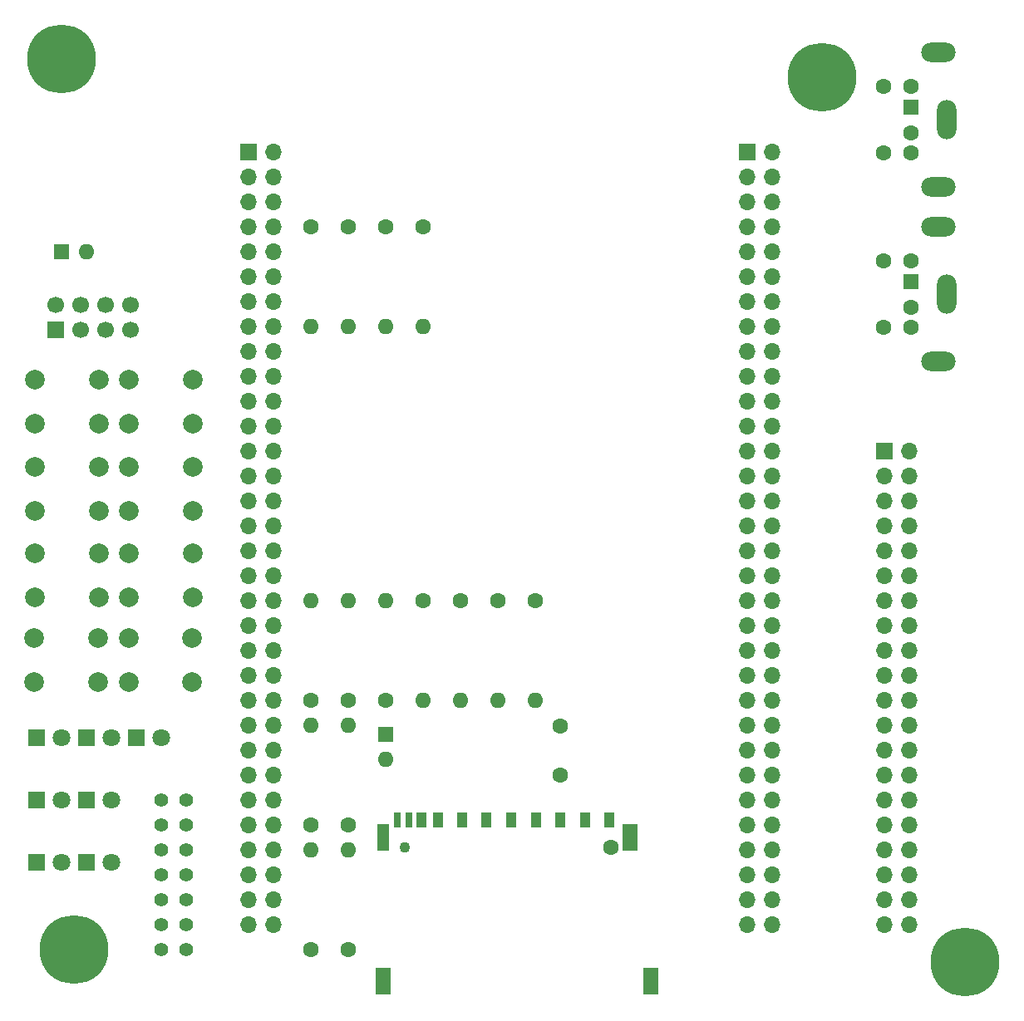
<source format=gbr>
%TF.GenerationSoftware,KiCad,Pcbnew,7.0.1*%
%TF.CreationDate,2023-10-15T10:25:08+02:00*%
%TF.ProjectId,oberon_station,6f626572-6f6e-45f7-9374-6174696f6e2e,rev?*%
%TF.SameCoordinates,Original*%
%TF.FileFunction,Soldermask,Top*%
%TF.FilePolarity,Negative*%
%FSLAX46Y46*%
G04 Gerber Fmt 4.6, Leading zero omitted, Abs format (unit mm)*
G04 Created by KiCad (PCBNEW 7.0.1) date 2023-10-15 10:25:08*
%MOMM*%
%LPD*%
G01*
G04 APERTURE LIST*
%ADD10C,1.600000*%
%ADD11O,1.600000X1.600000*%
%ADD12C,1.400000*%
%ADD13C,2.000000*%
%ADD14R,1.700000X1.700000*%
%ADD15O,1.700000X1.700000*%
%ADD16R,1.800000X1.800000*%
%ADD17C,1.800000*%
%ADD18C,7.000000*%
%ADD19R,1.600000X1.600000*%
%ADD20O,3.500000X2.000000*%
%ADD21O,2.000000X4.000000*%
%ADD22C,1.100000*%
%ADD23R,1.000000X1.500000*%
%ADD24R,0.700000X1.500000*%
%ADD25R,1.500000X2.800000*%
%ADD26R,1.200000X2.800000*%
%ADD27C,1.700000*%
G04 APERTURE END LIST*
D10*
%TO.C,R10*%
X129540000Y-144780000D03*
D11*
X129540000Y-134620000D03*
%TD*%
D12*
%TO.C,JP2*%
X114300000Y-132080000D03*
X116840000Y-132080000D03*
%TD*%
D13*
%TO.C,SW6*%
X111050000Y-104375000D03*
X117550000Y-104375000D03*
X111050000Y-108875000D03*
X117550000Y-108875000D03*
%TD*%
D10*
%TO.C,R12*%
X140970000Y-71120000D03*
D11*
X140970000Y-81280000D03*
%TD*%
D14*
%TO.C,J1*%
X187960000Y-93980000D03*
D15*
X190500000Y-93980000D03*
X187960000Y-96520000D03*
X190500000Y-96520000D03*
X187960000Y-99060000D03*
X190500000Y-99060000D03*
X187960000Y-101600000D03*
X190500000Y-101600000D03*
X187960000Y-104140000D03*
X190500000Y-104140000D03*
X187960000Y-106680000D03*
X190500000Y-106680000D03*
X187960000Y-109220000D03*
X190500000Y-109220000D03*
X187960000Y-111760000D03*
X190500000Y-111760000D03*
X187960000Y-114300000D03*
X190500000Y-114300000D03*
X187960000Y-116840000D03*
X190500000Y-116840000D03*
X187960000Y-119380000D03*
X190500000Y-119380000D03*
X187960000Y-121920000D03*
X190500000Y-121920000D03*
X187960000Y-124460000D03*
X190500000Y-124460000D03*
X187960000Y-127000000D03*
X190500000Y-127000000D03*
X187960000Y-129540000D03*
X190500000Y-129540000D03*
X187960000Y-132080000D03*
X190500000Y-132080000D03*
X187960000Y-134620000D03*
X190500000Y-134620000D03*
X187960000Y-137160000D03*
X190500000Y-137160000D03*
X187960000Y-139700000D03*
X190500000Y-139700000D03*
X187960000Y-142240000D03*
X190500000Y-142240000D03*
%TD*%
D12*
%TO.C,JP6*%
X114300000Y-142240000D03*
X116840000Y-142240000D03*
%TD*%
D16*
%TO.C,D5*%
X106680000Y-129540000D03*
D17*
X109220000Y-129540000D03*
%TD*%
D16*
%TO.C,D7*%
X106680000Y-135890000D03*
D17*
X109220000Y-135890000D03*
%TD*%
D13*
%TO.C,SW1*%
X101450000Y-86650000D03*
X107950000Y-86650000D03*
X101450000Y-91150000D03*
X107950000Y-91150000D03*
%TD*%
D18*
%TO.C,H2*%
X181610000Y-55880000D03*
%TD*%
D19*
%TO.C,P2*%
X190660000Y-76670000D03*
D10*
X190660000Y-79270000D03*
X190660000Y-74570000D03*
X190660000Y-81370000D03*
X187860000Y-74570000D03*
X187860000Y-81370000D03*
D20*
X193510000Y-84820000D03*
D21*
X194310000Y-77970000D03*
D20*
X193510000Y-71120000D03*
%TD*%
D13*
%TO.C,SW8*%
X110975000Y-112975000D03*
X117475000Y-112975000D03*
X110975000Y-117475000D03*
X117475000Y-117475000D03*
%TD*%
D22*
%TO.C,J2*%
X139085000Y-134335000D03*
D10*
X160085000Y-134335000D03*
D23*
X157460000Y-131535000D03*
X154960000Y-131535000D03*
X152460000Y-131535000D03*
X149960000Y-131535000D03*
X147460000Y-131535000D03*
X144960000Y-131535000D03*
X142530000Y-131535000D03*
X140830000Y-131535000D03*
X159960000Y-131535000D03*
D24*
X139530000Y-131535000D03*
X138330000Y-131535000D03*
D25*
X136885000Y-147935000D03*
D26*
X136935000Y-133335000D03*
D25*
X162035000Y-133335000D03*
X164185000Y-147935000D03*
%TD*%
D10*
%TO.C,R4*%
X144780000Y-109220000D03*
D11*
X144780000Y-119380000D03*
%TD*%
D16*
%TO.C,D1*%
X101600000Y-123190000D03*
D17*
X104140000Y-123190000D03*
%TD*%
D13*
%TO.C,SW2*%
X111050000Y-86650000D03*
X117550000Y-86650000D03*
X111050000Y-91150000D03*
X117550000Y-91150000D03*
%TD*%
D10*
%TO.C,R9*%
X133350000Y-132080000D03*
D11*
X133350000Y-121920000D03*
%TD*%
D14*
%TO.C,B1*%
X123190000Y-63500000D03*
D15*
X125730000Y-63500000D03*
X123190000Y-66040000D03*
X125730000Y-66040000D03*
X123190000Y-68580000D03*
X125730000Y-68580000D03*
X123190000Y-71120000D03*
X125730000Y-71120000D03*
X123190000Y-73660000D03*
X125730000Y-73660000D03*
X123190000Y-76200000D03*
X125730000Y-76200000D03*
X123190000Y-78740000D03*
X125730000Y-78740000D03*
X123190000Y-81280000D03*
X125730000Y-81280000D03*
X123190000Y-83820000D03*
X125730000Y-83820000D03*
X123190000Y-86360000D03*
X125730000Y-86360000D03*
X123190000Y-88900000D03*
X125730000Y-88900000D03*
X123190000Y-91440000D03*
X125730000Y-91440000D03*
X123190000Y-93980000D03*
X125730000Y-93980000D03*
X123190000Y-96520000D03*
X125730000Y-96520000D03*
X123190000Y-99060000D03*
X125730000Y-99060000D03*
X123190000Y-101600000D03*
X125730000Y-101600000D03*
X123190000Y-104140000D03*
X125730000Y-104140000D03*
X123190000Y-106680000D03*
X125730000Y-106680000D03*
X123190000Y-109220000D03*
X125730000Y-109220000D03*
X123190000Y-111760000D03*
X125730000Y-111760000D03*
X123190000Y-114300000D03*
X125730000Y-114300000D03*
X123190000Y-116840000D03*
X125730000Y-116840000D03*
X123190000Y-119380000D03*
X125730000Y-119380000D03*
X123190000Y-121920000D03*
X125730000Y-121920000D03*
X123190000Y-124460000D03*
X125730000Y-124460000D03*
X123190000Y-127000000D03*
X125730000Y-127000000D03*
X123190000Y-129540000D03*
X125730000Y-129540000D03*
X123190000Y-132080000D03*
X125730000Y-132080000D03*
X123190000Y-134620000D03*
X125730000Y-134620000D03*
X123190000Y-137160000D03*
X125730000Y-137160000D03*
X123190000Y-139700000D03*
X125730000Y-139700000D03*
X123190000Y-142240000D03*
X125730000Y-142240000D03*
D14*
X173990000Y-63500000D03*
D15*
X176530000Y-63500000D03*
X173990000Y-66040000D03*
X176530000Y-66040000D03*
X173990000Y-68580000D03*
X176530000Y-68580000D03*
X173990000Y-71120000D03*
X176530000Y-71120000D03*
X173990000Y-73660000D03*
X176530000Y-73660000D03*
X173990000Y-76200000D03*
X176530000Y-76200000D03*
X173990000Y-78740000D03*
X176530000Y-78740000D03*
X173990000Y-81280000D03*
X176530000Y-81280000D03*
X173990000Y-83820000D03*
X176530000Y-83820000D03*
X173990000Y-86360000D03*
X176530000Y-86360000D03*
X173990000Y-88900000D03*
X176530000Y-88900000D03*
X173990000Y-91440000D03*
X176530000Y-91440000D03*
X173990000Y-93980000D03*
X176530000Y-93980000D03*
X173990000Y-96520000D03*
X176530000Y-96520000D03*
X173990000Y-99060000D03*
X176530000Y-99060000D03*
X173990000Y-101600000D03*
X176530000Y-101600000D03*
X173990000Y-104140000D03*
X176530000Y-104140000D03*
X173990000Y-106680000D03*
X176530000Y-106680000D03*
X173990000Y-109220000D03*
X176530000Y-109220000D03*
X173990000Y-111760000D03*
X176530000Y-111760000D03*
X173990000Y-114300000D03*
X176530000Y-114300000D03*
X173990000Y-116840000D03*
X176530000Y-116840000D03*
X173990000Y-119380000D03*
X176530000Y-119380000D03*
X173990000Y-121920000D03*
X176530000Y-121920000D03*
X173990000Y-124460000D03*
X176530000Y-124460000D03*
X173990000Y-127000000D03*
X176530000Y-127000000D03*
X173990000Y-129540000D03*
X176530000Y-129540000D03*
X173990000Y-132080000D03*
X176530000Y-132080000D03*
X173990000Y-134620000D03*
X176530000Y-134620000D03*
X173990000Y-137160000D03*
X176530000Y-137160000D03*
X173990000Y-139700000D03*
X176530000Y-139700000D03*
X173990000Y-142240000D03*
X176530000Y-142240000D03*
%TD*%
D12*
%TO.C,JP3*%
X114300000Y-134620000D03*
X116840000Y-134620000D03*
%TD*%
D19*
%TO.C,P1*%
X190660000Y-58890000D03*
D10*
X190660000Y-61490000D03*
X190660000Y-56790000D03*
X190660000Y-63590000D03*
X187860000Y-56790000D03*
X187860000Y-63590000D03*
D20*
X193510000Y-67040000D03*
D21*
X194310000Y-60190000D03*
D20*
X193510000Y-53340000D03*
%TD*%
D13*
%TO.C,SW4*%
X111050000Y-95540000D03*
X117550000Y-95540000D03*
X111050000Y-100040000D03*
X117550000Y-100040000D03*
%TD*%
D10*
%TO.C,R2*%
X152400000Y-109220000D03*
D11*
X152400000Y-119380000D03*
%TD*%
D10*
%TO.C,R11*%
X133350000Y-144780000D03*
D11*
X133350000Y-134620000D03*
%TD*%
D18*
%TO.C,H1*%
X104140000Y-53975000D03*
%TD*%
D16*
%TO.C,D4*%
X101600000Y-129540000D03*
D17*
X104140000Y-129540000D03*
%TD*%
D19*
%TO.C,C3*%
X137150000Y-122797500D03*
D11*
X137150000Y-125337500D03*
%TD*%
D18*
%TO.C,H3*%
X105410000Y-144780000D03*
%TD*%
D10*
%TO.C,C1*%
X154940000Y-121960000D03*
X154940000Y-126960000D03*
%TD*%
%TO.C,R8*%
X129540000Y-132080000D03*
D11*
X129540000Y-121920000D03*
%TD*%
D16*
%TO.C,D3*%
X111760000Y-123190000D03*
D17*
X114300000Y-123190000D03*
%TD*%
D12*
%TO.C,JP5*%
X114300000Y-139700000D03*
X116840000Y-139700000D03*
%TD*%
D10*
%TO.C,R3*%
X148590000Y-109220000D03*
D11*
X148590000Y-119380000D03*
%TD*%
D10*
%TO.C,R6*%
X133350000Y-119380000D03*
D11*
X133350000Y-109220000D03*
%TD*%
D19*
%TO.C,C2*%
X104140000Y-73660000D03*
D11*
X106680000Y-73660000D03*
%TD*%
D18*
%TO.C,H4*%
X196215000Y-146050000D03*
%TD*%
D12*
%TO.C,JP1*%
X114300000Y-129540000D03*
X116840000Y-129540000D03*
%TD*%
D10*
%TO.C,R15*%
X129540000Y-71120000D03*
D11*
X129540000Y-81280000D03*
%TD*%
D12*
%TO.C,JP7*%
X114300000Y-144780000D03*
X116840000Y-144780000D03*
%TD*%
D13*
%TO.C,SW7*%
X101375000Y-112975000D03*
X107875000Y-112975000D03*
X101375000Y-117475000D03*
X107875000Y-117475000D03*
%TD*%
D10*
%TO.C,R13*%
X137160000Y-71120000D03*
D11*
X137160000Y-81280000D03*
%TD*%
D10*
%TO.C,R1*%
X140970000Y-109220000D03*
D11*
X140970000Y-119380000D03*
%TD*%
D14*
%TO.C,U1*%
X103595000Y-81580000D03*
D27*
X103595000Y-79040000D03*
X106135000Y-81580000D03*
X106135000Y-79040000D03*
X108675000Y-81580000D03*
X108675000Y-79040000D03*
X111215000Y-81580000D03*
X111215000Y-79040000D03*
%TD*%
D16*
%TO.C,D2*%
X106680000Y-123190000D03*
D17*
X109220000Y-123190000D03*
%TD*%
D12*
%TO.C,JP4*%
X114300000Y-137160000D03*
X116840000Y-137160000D03*
%TD*%
D13*
%TO.C,SW3*%
X101450000Y-95540000D03*
X107950000Y-95540000D03*
X101450000Y-100040000D03*
X107950000Y-100040000D03*
%TD*%
D10*
%TO.C,R7*%
X137160000Y-119380000D03*
D11*
X137160000Y-109220000D03*
%TD*%
D13*
%TO.C,SW5*%
X101450000Y-104375000D03*
X107950000Y-104375000D03*
X101450000Y-108875000D03*
X107950000Y-108875000D03*
%TD*%
D10*
%TO.C,R14*%
X133350000Y-71120000D03*
D11*
X133350000Y-81280000D03*
%TD*%
D16*
%TO.C,D6*%
X101600000Y-135890000D03*
D17*
X104140000Y-135890000D03*
%TD*%
D10*
%TO.C,R5*%
X129540000Y-119380000D03*
D11*
X129540000Y-109220000D03*
%TD*%
M02*

</source>
